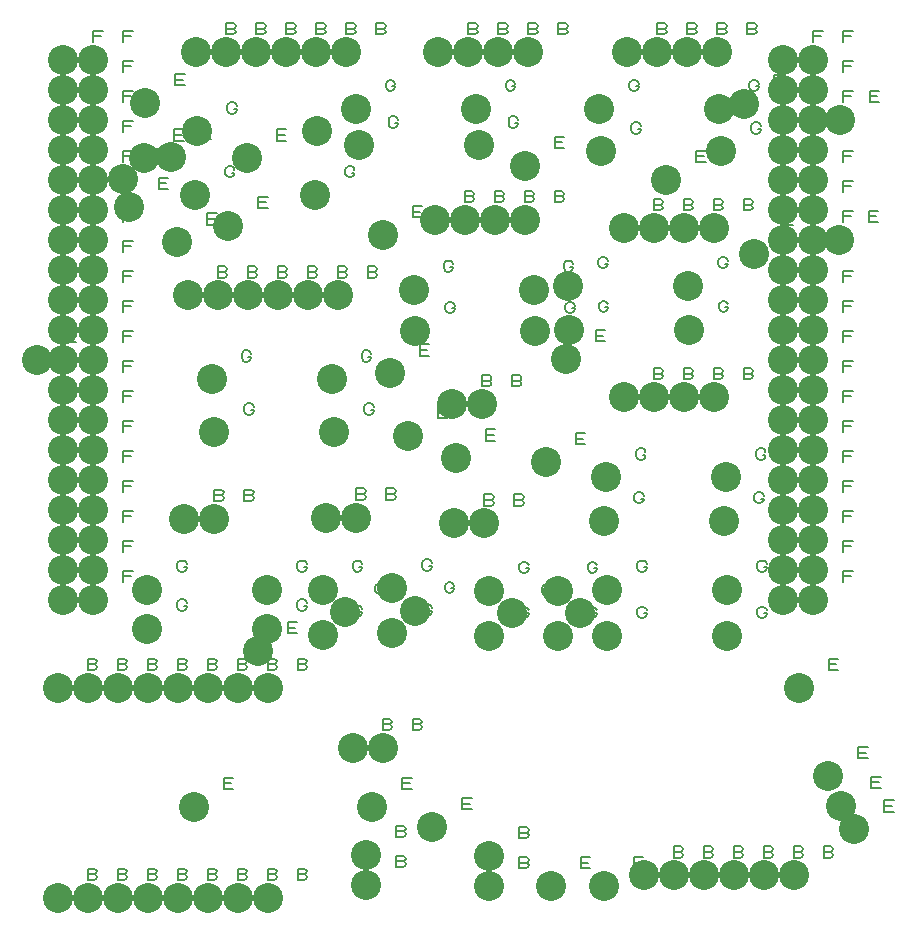
<source format=gbr>
G04 DesignSpark PCB Gerber Version 9.0 Build 5138 *
G04 #@! TF.Part,Single*
G04 #@! TF.FileFunction,Drillmap *
G04 #@! TF.FilePolarity,Positive *
%FSLAX35Y35*%
%MOIN*%
%ADD12C,0.00500*%
G04 #@! TA.AperFunction,ComponentPad*
%ADD18C,0.10000*%
X0Y0D02*
D02*
D12*
X22061Y204643D02*
Y208393D01*
X25186*
X24561Y206518D02*
X22061D01*
Y204643D02*
X25186D01*
X31237Y27187D02*
X31862Y26875D01*
X32174Y26250*
X31862Y25625*
X31237Y25312*
X29049*
Y29062*
X31237*
X31862Y28750*
X32174Y28125*
X31862Y27500*
X31237Y27187*
X29049*
X31237Y97187D02*
X31862Y96875D01*
X32174Y96250*
X31862Y95625*
X31237Y95312*
X29049*
Y99062*
X31237*
X31862Y98750*
X32174Y98125*
X31862Y97500*
X31237Y97187*
X29049*
X30841Y124643D02*
Y128393D01*
X33966*
X33341Y126518D02*
X30841D01*
Y134643D02*
Y138393D01*
X33966*
X33341Y136518D02*
X30841D01*
Y144643D02*
Y148393D01*
X33966*
X33341Y146518D02*
X30841D01*
Y154643D02*
Y158393D01*
X33966*
X33341Y156518D02*
X30841D01*
Y164643D02*
Y168393D01*
X33966*
X33341Y166518D02*
X30841D01*
Y174643D02*
Y178393D01*
X33966*
X33341Y176518D02*
X30841D01*
Y184643D02*
Y188393D01*
X33966*
X33341Y186518D02*
X30841D01*
Y194643D02*
Y198393D01*
X33966*
X33341Y196518D02*
X30841D01*
Y204643D02*
Y208393D01*
X33966*
X33341Y206518D02*
X30841D01*
Y214643D02*
Y218393D01*
X33966*
X33341Y216518D02*
X30841D01*
Y224643D02*
Y228393D01*
X33966*
X33341Y226518D02*
X30841D01*
Y234643D02*
Y238393D01*
X33966*
X33341Y236518D02*
X30841D01*
Y244643D02*
Y248393D01*
X33966*
X33341Y246518D02*
X30841D01*
Y254643D02*
Y258393D01*
X33966*
X33341Y256518D02*
X30841D01*
Y264643D02*
Y268393D01*
X33966*
X33341Y266518D02*
X30841D01*
Y274643D02*
Y278393D01*
X33966*
X33341Y276518D02*
X30841D01*
Y284643D02*
Y288393D01*
X33966*
X33341Y286518D02*
X30841D01*
Y294643D02*
Y298393D01*
X33966*
X33341Y296518D02*
X30841D01*
Y304643D02*
Y308393D01*
X33966*
X33341Y306518D02*
X30841D01*
X41237Y27187D02*
X41862Y26875D01*
X42174Y26250*
X41862Y25625*
X41237Y25312*
X39049*
Y29062*
X41237*
X41862Y28750*
X42174Y28125*
X41862Y27500*
X41237Y27187*
X39049*
X41237Y97187D02*
X41862Y96875D01*
X42174Y96250*
X41862Y95625*
X41237Y95312*
X39049*
Y99062*
X41237*
X41862Y98750*
X42174Y98125*
X41862Y97500*
X41237Y97187*
X39049*
X40841Y124643D02*
Y128393D01*
X43966*
X43341Y126518D02*
X40841D01*
Y134643D02*
Y138393D01*
X43966*
X43341Y136518D02*
X40841D01*
Y144643D02*
Y148393D01*
X43966*
X43341Y146518D02*
X40841D01*
Y154643D02*
Y158393D01*
X43966*
X43341Y156518D02*
X40841D01*
Y164643D02*
Y168393D01*
X43966*
X43341Y166518D02*
X40841D01*
Y174643D02*
Y178393D01*
X43966*
X43341Y176518D02*
X40841D01*
Y184643D02*
Y188393D01*
X43966*
X43341Y186518D02*
X40841D01*
Y194643D02*
Y198393D01*
X43966*
X43341Y196518D02*
X40841D01*
Y204643D02*
Y208393D01*
X43966*
X43341Y206518D02*
X40841D01*
Y214643D02*
Y218393D01*
X43966*
X43341Y216518D02*
X40841D01*
Y224643D02*
Y228393D01*
X43966*
X43341Y226518D02*
X40841D01*
Y234643D02*
Y238393D01*
X43966*
X43341Y236518D02*
X40841D01*
Y244643D02*
Y248393D01*
X43966*
X43341Y246518D02*
X40841D01*
Y254643D02*
Y258393D01*
X43966*
X43341Y256518D02*
X40841D01*
Y264643D02*
Y268393D01*
X43966*
X43341Y266518D02*
X40841D01*
Y274643D02*
Y278393D01*
X43966*
X43341Y276518D02*
X40841D01*
Y284643D02*
Y288393D01*
X43966*
X43341Y286518D02*
X40841D01*
Y294643D02*
Y298393D01*
X43966*
X43341Y296518D02*
X40841D01*
Y304643D02*
Y308393D01*
X43966*
X43341Y306518D02*
X40841D01*
X51237Y27187D02*
X51862Y26875D01*
X52174Y26250*
X51862Y25625*
X51237Y25312*
X49049*
Y29062*
X51237*
X51862Y28750*
X52174Y28125*
X51862Y27500*
X51237Y27187*
X49049*
X51237Y97187D02*
X51862Y96875D01*
X52174Y96250*
X51862Y95625*
X51237Y95312*
X49049*
Y99062*
X51237*
X51862Y98750*
X52174Y98125*
X51862Y97500*
X51237Y97187*
X49049*
X50801Y265037D02*
Y268787D01*
X53926*
X53301Y266912D02*
X50801D01*
Y265037D02*
X53926D01*
X52770Y255588D02*
Y259338D01*
X55895*
X55270Y257463D02*
X52770D01*
Y255588D02*
X55895D01*
X57888Y271730D02*
Y275480D01*
X61013*
X60388Y273605D02*
X57888D01*
Y271730D02*
X61013D01*
X58281Y290233D02*
Y293983D01*
X61407*
X60781Y292109D02*
X58281D01*
Y290233D02*
X61407D01*
X61020Y116599D02*
X61958D01*
Y116287*
X61645Y115662*
X61333Y115349*
X60708Y115037*
X60083*
X59458Y115349*
X59145Y115662*
X58833Y116287*
Y117537*
X59145Y118162*
X59458Y118474*
X60083Y118787*
X60708*
X61333Y118474*
X61645Y118162*
X61958Y117537*
X61020Y129591D02*
X61958D01*
Y129279*
X61645Y128654*
X61333Y128341*
X60708Y128029*
X60083*
X59458Y128341*
X59145Y128654*
X58833Y129279*
Y130529*
X59145Y131154*
X59458Y131467*
X60083Y131779*
X60708*
X61333Y131467*
X61645Y131154*
X61958Y130529*
X61237Y27187D02*
X61862Y26875D01*
X62174Y26250*
X61862Y25625*
X61237Y25312*
X59049*
Y29062*
X61237*
X61862Y28750*
X62174Y28125*
X61862Y27500*
X61237Y27187*
X59049*
X61237Y97187D02*
X61862Y96875D01*
X62174Y96250*
X61862Y95625*
X61237Y95312*
X59049*
Y99062*
X61237*
X61862Y98750*
X62174Y98125*
X61862Y97500*
X61237Y97187*
X59049*
X66943Y272123D02*
Y275873D01*
X70068*
X69443Y273998D02*
X66943D01*
Y272123D02*
X70068D01*
X68911Y243777D02*
Y247527D01*
X72037*
X71411Y245652D02*
X68911D01*
Y243777D02*
X72037D01*
X71237Y27187D02*
X71862Y26875D01*
X72174Y26250*
X71862Y25625*
X71237Y25312*
X69049*
Y29062*
X71237*
X71862Y28750*
X72174Y28125*
X71862Y27500*
X71237Y27187*
X69049*
X71237Y97187D02*
X71862Y96875D01*
X72174Y96250*
X71862Y95625*
X71237Y95312*
X69049*
Y99062*
X71237*
X71862Y98750*
X72174Y98125*
X71862Y97500*
X71237Y97187*
X69049*
X73461Y153526D02*
X74086Y153213D01*
X74399Y152589*
X74086Y151963*
X73461Y151651*
X71274*
Y155401*
X73461*
X74086Y155089*
X74399Y154463*
X74086Y153839*
X73461Y153526*
X71274*
X74603Y227935D02*
X75228Y227623D01*
X75541Y226998*
X75228Y226373*
X74603Y226060*
X72415*
Y229810*
X74603*
X75228Y229498*
X75541Y228873*
X75228Y228248*
X74603Y227935*
X72415*
X74423Y55588D02*
Y59338D01*
X77548*
X76923Y57463D02*
X74423D01*
Y55588D02*
X77548D01*
X77004Y261087D02*
X77942D01*
Y260775*
X77630Y260150*
X77317Y259837*
X76692Y259525*
X76067*
X75442Y259837*
X75130Y260150*
X74817Y260775*
Y262025*
X75130Y262650*
X75442Y262963*
X76067Y263275*
X76692*
X77317Y262963*
X77630Y262650*
X77942Y262025*
X77359Y309038D02*
X77984Y308725D01*
X78296Y308100*
X77984Y307475*
X77359Y307163*
X75171*
Y310913*
X77359*
X77984Y310600*
X78296Y309975*
X77984Y309350*
X77359Y309038*
X75171*
X77792Y282347D02*
X78730D01*
Y282035*
X78417Y281410*
X78104Y281097*
X77480Y280785*
X76854*
X76230Y281097*
X75917Y281410*
X75604Y282035*
Y283285*
X75917Y283910*
X76230Y284222*
X76854Y284535*
X77480*
X78104Y284222*
X78417Y283910*
X78730Y283285*
X81237Y27187D02*
X81862Y26875D01*
X82174Y26250*
X81862Y25625*
X81237Y25312*
X79049*
Y29062*
X81237*
X81862Y28750*
X82174Y28125*
X81862Y27500*
X81237Y27187*
X79049*
X81237Y97187D02*
X81862Y96875D01*
X82174Y96250*
X81862Y95625*
X81237Y95312*
X79049*
Y99062*
X81237*
X81862Y98750*
X82174Y98125*
X81862Y97500*
X81237Y97187*
X79049*
X82516Y199670D02*
X83454D01*
Y199357*
X83141Y198733*
X82829Y198420*
X82204Y198107*
X81579*
X80954Y198420*
X80641Y198733*
X80329Y199357*
Y200607*
X80641Y201233*
X80954Y201545*
X81579Y201857*
X82204*
X82829Y201545*
X83141Y201233*
X83454Y200607*
X83461Y153526D02*
X84086Y153213D01*
X84399Y152589*
X84086Y151963*
X83461Y151651*
X81274*
Y155401*
X83461*
X84086Y155089*
X84399Y154463*
X84086Y153839*
X83461Y153526*
X81274*
X83461Y181954D02*
X84399D01*
Y181641*
X84086Y181016*
X83774Y180704*
X83149Y180391*
X82524*
X81899Y180704*
X81586Y181016*
X81274Y181641*
Y182891*
X81586Y183516*
X81899Y183829*
X82524Y184141*
X83149*
X83774Y183829*
X84086Y183516*
X84399Y182891*
X84603Y227935D02*
X85228Y227623D01*
X85541Y226998*
X85228Y226373*
X84603Y226060*
X82415*
Y229810*
X84603*
X85228Y229498*
X85541Y228873*
X85228Y228248*
X84603Y227935*
X82415*
X87359Y309038D02*
X87984Y308725D01*
X88296Y308100*
X87984Y307475*
X87359Y307163*
X85171*
Y310913*
X87359*
X87984Y310600*
X88296Y309975*
X87984Y309350*
X87359Y309038*
X85171*
X85841Y249289D02*
Y253039D01*
X88966*
X88341Y251164D02*
X85841D01*
Y249289D02*
X88966D01*
X91237Y27187D02*
X91862Y26875D01*
X92174Y26250*
X91862Y25625*
X91237Y25312*
X89049*
Y29062*
X91237*
X91862Y28750*
X92174Y28125*
X91862Y27500*
X91237Y27187*
X89049*
X91237Y97187D02*
X91862Y96875D01*
X92174Y96250*
X91862Y95625*
X91237Y95312*
X89049*
Y99062*
X91237*
X91862Y98750*
X92174Y98125*
X91862Y97500*
X91237Y97187*
X89049*
X92140Y271730D02*
Y275480D01*
X95265*
X94640Y273605D02*
X92140D01*
Y271730D02*
X95265D01*
X94603Y227935D02*
X95228Y227623D01*
X95541Y226998*
X95228Y226373*
X94603Y226060*
X92415*
Y229810*
X94603*
X95228Y229498*
X95541Y228873*
X95228Y228248*
X94603Y227935*
X92415*
X97359Y309038D02*
X97984Y308725D01*
X98296Y308100*
X97984Y307475*
X97359Y307163*
X95171*
Y310913*
X97359*
X97984Y310600*
X98296Y309975*
X97984Y309350*
X97359Y309038*
X95171*
X95683Y107556D02*
Y111306D01*
X98808*
X98183Y109431D02*
X95683D01*
Y107556D02*
X98808D01*
X101020Y116599D02*
X101958D01*
Y116287*
X101645Y115662*
X101333Y115349*
X100708Y115037*
X100083*
X99458Y115349*
X99145Y115662*
X98833Y116287*
Y117537*
X99145Y118162*
X99458Y118474*
X100083Y118787*
X100708*
X101333Y118474*
X101645Y118162*
X101958Y117537*
X101020Y129591D02*
X101958D01*
Y129279*
X101645Y128654*
X101333Y128341*
X100708Y128029*
X100083*
X99458Y128341*
X99145Y128654*
X98833Y129279*
Y130529*
X99145Y131154*
X99458Y131467*
X100083Y131779*
X100708*
X101333Y131467*
X101645Y131154*
X101958Y130529*
X101237Y27187D02*
X101862Y26875D01*
X102174Y26250*
X101862Y25625*
X101237Y25312*
X99049*
Y29062*
X101237*
X101862Y28750*
X102174Y28125*
X101862Y27500*
X101237Y27187*
X99049*
X101237Y97187D02*
X101862Y96875D01*
X102174Y96250*
X101862Y95625*
X101237Y95312*
X99049*
Y99062*
X101237*
X101862Y98750*
X102174Y98125*
X101862Y97500*
X101237Y97187*
X99049*
X104603Y227935D02*
X105228Y227623D01*
X105541Y226998*
X105228Y226373*
X104603Y226060*
X102415*
Y229810*
X104603*
X105228Y229498*
X105541Y228873*
X105228Y228248*
X104603Y227935*
X102415*
X107359Y309038D02*
X107984Y308725D01*
X108296Y308100*
X107984Y307475*
X107359Y307163*
X105171*
Y310913*
X107359*
X107984Y310600*
X108296Y309975*
X107984Y309350*
X107359Y309038*
X105171*
X114603Y227935D02*
X115228Y227623D01*
X115541Y226998*
X115228Y226373*
X114603Y226060*
X112415*
Y229810*
X114603*
X115228Y229498*
X115541Y228873*
X115228Y228248*
X114603Y227935*
X112415*
X117004Y261087D02*
X117942D01*
Y260775*
X117630Y260150*
X117317Y259837*
X116692Y259525*
X116067*
X115442Y259837*
X115130Y260150*
X114817Y260775*
Y262025*
X115130Y262650*
X115442Y262963*
X116067Y263275*
X116692*
X117317Y262963*
X117630Y262650*
X117942Y262025*
X117359Y309038D02*
X117984Y308725D01*
X118296Y308100*
X117984Y307475*
X117359Y307163*
X115171*
Y310913*
X117359*
X117984Y310600*
X118296Y309975*
X117984Y309350*
X117359Y309038*
X115171*
X117792Y282347D02*
X118730D01*
Y282035*
X118417Y281410*
X118104Y281097*
X117480Y280785*
X116854*
X116230Y281097*
X115917Y281410*
X115604Y282035*
Y283285*
X115917Y283910*
X116230Y284222*
X116854Y284535*
X117480*
X118104Y284222*
X118417Y283910*
X118730Y283285*
X119524Y114591D02*
X120462D01*
Y114279*
X120149Y113654*
X119837Y113341*
X119212Y113029*
X118587*
X117962Y113341*
X117649Y113654*
X117337Y114279*
Y115529*
X117649Y116154*
X117962Y116467*
X118587Y116779*
X119212*
X119837Y116467*
X120149Y116154*
X120462Y115529*
X119524Y129591D02*
X120462D01*
Y129279*
X120149Y128654*
X119837Y128341*
X119212Y128029*
X118587*
X117962Y128341*
X117649Y128654*
X117337Y129279*
Y130529*
X117649Y131154*
X117962Y131467*
X118587Y131779*
X119212*
X119837Y131467*
X120149Y131154*
X120462Y130529*
X120705Y153920D02*
X121330Y153607D01*
X121643Y152982*
X121330Y152357*
X120705Y152044*
X118518*
Y155794*
X120705*
X121330Y155482*
X121643Y154857*
X121330Y154232*
X120705Y153920*
X118518*
X122516Y199670D02*
X123454D01*
Y199357*
X123141Y198733*
X122829Y198420*
X122204Y198107*
X121579*
X120954Y198420*
X120641Y198733*
X120329Y199357*
Y200607*
X120641Y201233*
X120954Y201545*
X121579Y201857*
X122204*
X122829Y201545*
X123141Y201233*
X123454Y200607*
X123461Y181954D02*
X124399D01*
Y181641*
X124086Y181016*
X123774Y180704*
X123149Y180391*
X122524*
X121899Y180704*
X121586Y181016*
X121274Y181641*
Y182891*
X121586Y183516*
X121899Y183829*
X122524Y184141*
X123149*
X123774Y183829*
X124086Y183516*
X124399Y182891*
X124603Y227935D02*
X125228Y227623D01*
X125541Y226998*
X125228Y226373*
X124603Y226060*
X122415*
Y229810*
X124603*
X125228Y229498*
X125541Y228873*
X125228Y228248*
X124603Y227935*
X122415*
X127024Y122091D02*
X127962D01*
Y121779*
X127649Y121154*
X127337Y120841*
X126712Y120529*
X126087*
X125462Y120841*
X125149Y121154*
X124837Y121779*
Y123029*
X125149Y123654*
X125462Y123967*
X126087Y124279*
X126712*
X127337Y123967*
X127649Y123654*
X127962Y123029*
X127359Y309038D02*
X127984Y308725D01*
X128296Y308100*
X127984Y307475*
X127359Y307163*
X125171*
Y310913*
X127359*
X127984Y310600*
X128296Y309975*
X127984Y309350*
X127359Y309038*
X125171*
X129603Y77148D02*
X130228Y76835D01*
X130541Y76211*
X130228Y75585*
X129603Y75273*
X127415*
Y79023*
X129603*
X130228Y78711*
X130541Y78085*
X130228Y77461*
X129603Y77148*
X127415*
X130548Y289828D02*
X131485D01*
Y289515*
X131173Y288890*
X130860Y288578*
X130235Y288265*
X129610*
X128985Y288578*
X128673Y288890*
X128360Y289515*
Y290765*
X128673Y291390*
X128985Y291703*
X129610Y292015*
X130235*
X130860Y291703*
X131173Y291390*
X131485Y290765*
X130705Y153920D02*
X131330Y153607D01*
X131643Y152982*
X131330Y152357*
X130705Y152044*
X128518*
Y155794*
X130705*
X131330Y155482*
X131643Y154857*
X131330Y154232*
X130705Y153920*
X128518*
X131493Y277623D02*
X132430D01*
Y277310*
X132118Y276685*
X131805Y276373*
X131180Y276060*
X130555*
X129930Y276373*
X129618Y276685*
X129305Y277310*
Y278560*
X129618Y279185*
X129930Y279498*
X130555Y279810*
X131180*
X131805Y279498*
X132118Y279185*
X132430Y278560*
X134091Y31479D02*
X134716Y31166D01*
X135029Y30541*
X134716Y29916*
X134091Y29604*
X131904*
Y33354*
X134091*
X134716Y33041*
X135029Y32416*
X134716Y31791*
X134091Y31479*
X131904*
X134091Y41479D02*
X134716Y41166D01*
X135029Y40541*
X134716Y39916*
X134091Y39604*
X131904*
Y43354*
X134091*
X134716Y43041*
X135029Y42416*
X134716Y41791*
X134091Y41479*
X131904*
X133872Y55588D02*
Y59338D01*
X136997*
X136372Y57463D02*
X133872D01*
Y55588D02*
X136997D01*
X139603Y77148D02*
X140228Y76835D01*
X140541Y76211*
X140228Y75585*
X139603Y75273*
X137415*
Y79023*
X139603*
X140228Y78711*
X140541Y78085*
X140228Y77461*
X139603Y77148*
X137415*
Y246139D02*
Y249889D01*
X140541*
X139915Y248014D02*
X137415D01*
Y246139D02*
X140541D01*
X139778Y200076D02*
Y203826D01*
X142903*
X142278Y201951D02*
X139778D01*
Y200076D02*
X142903D01*
X142752Y114985D02*
X143690D01*
Y114672*
X143378Y114048*
X143065Y113735*
X142440Y113422*
X141815*
X141190Y113735*
X140878Y114048*
X140565Y114672*
Y115922*
X140878Y116548*
X141190Y116860*
X141815Y117172*
X142440*
X143065Y116860*
X143378Y116548*
X143690Y115922*
X142752Y129985D02*
X143690D01*
Y129672*
X143378Y129048*
X143065Y128735*
X142440Y128422*
X141815*
X141190Y128735*
X140878Y129048*
X140565Y129672*
Y130922*
X140878Y131548*
X141190Y131860*
X141815Y132172*
X142440*
X143065Y131860*
X143378Y131548*
X143690Y130922*
X145683Y179210D02*
Y182960D01*
X148808*
X148183Y181085D02*
X145683D01*
Y179210D02*
X148808D01*
X149839Y229591D02*
X150777D01*
Y229279*
X150464Y228654*
X150152Y228341*
X149527Y228029*
X148902*
X148277Y228341*
X147964Y228654*
X147652Y229279*
Y230529*
X147964Y231154*
X148277Y231467*
X148902Y231779*
X149527*
X150152Y231467*
X150464Y231154*
X150777Y230529*
X150252Y122485D02*
X151190D01*
Y122172*
X150878Y121548*
X150565Y121235*
X149940Y120922*
X149315*
X148690Y121235*
X148378Y121548*
X148065Y122172*
Y123422*
X148378Y124048*
X148690Y124360*
X149315Y124672*
X149940*
X150565Y124360*
X150878Y124048*
X151190Y123422*
X150390Y215812D02*
X151328D01*
Y215499*
X151015Y214874*
X150703Y214562*
X150078Y214249*
X149453*
X148828Y214562*
X148515Y214874*
X148203Y215499*
Y216749*
X148515Y217374*
X148828Y217687*
X149453Y217999*
X150078*
X150703Y217687*
X151015Y217374*
X151328Y216749*
X153951Y48895D02*
Y52645D01*
X157076*
X156451Y50770D02*
X153951D01*
Y48895D02*
X157076D01*
X156886Y253132D02*
X157511Y252820D01*
X157824Y252195*
X157511Y251570*
X156886Y251257*
X154699*
Y255007*
X156886*
X157511Y254695*
X157824Y254070*
X157511Y253445*
X156886Y253132*
X154699*
X158067Y309038D02*
X158693Y308725D01*
X159005Y308100*
X158693Y307475*
X158067Y307163*
X155880*
Y310913*
X158067*
X158693Y310600*
X159005Y309975*
X158693Y309350*
X158067Y309038*
X155880*
X162674Y191715D02*
X163299Y191402D01*
X163611Y190778*
X163299Y190152*
X162674Y189840*
X160486*
Y193590*
X162674*
X163299Y193278*
X163611Y192652*
X163299Y192028*
X162674Y191715*
X160486*
X163461Y151951D02*
X164086Y151639D01*
X164399Y151014*
X164086Y150389*
X163461Y150076*
X161274*
Y153826*
X163461*
X164086Y153514*
X164399Y152889*
X164086Y152264*
X163461Y151951*
X161274*
X161825Y171730D02*
Y175480D01*
X164950*
X164325Y173605D02*
X161825D01*
Y171730D02*
X164950D01*
X166886Y253132D02*
X167511Y252820D01*
X167824Y252195*
X167511Y251570*
X166886Y251257*
X164699*
Y255007*
X166886*
X167511Y254695*
X167824Y254070*
X167511Y253445*
X166886Y253132*
X164699*
X168067Y309038D02*
X168693Y308725D01*
X169005Y308100*
X168693Y307475*
X168067Y307163*
X165880*
Y310913*
X168067*
X168693Y310600*
X169005Y309975*
X168693Y309350*
X168067Y309038*
X165880*
X170548Y289828D02*
X171485D01*
Y289515*
X171173Y288890*
X170860Y288578*
X170235Y288265*
X169610*
X168985Y288578*
X168673Y288890*
X168360Y289515*
Y290765*
X168673Y291390*
X168985Y291703*
X169610Y292015*
X170235*
X170860Y291703*
X171173Y291390*
X171485Y290765*
X171493Y277623D02*
X172430D01*
Y277310*
X172118Y276685*
X171805Y276373*
X171180Y276060*
X170555*
X169930Y276373*
X169618Y276685*
X169305Y277310*
Y278560*
X169618Y279185*
X169930Y279498*
X170555Y279810*
X171180*
X171805Y279498*
X172118Y279185*
X172430Y278560*
X172674Y191715D02*
X173299Y191402D01*
X173611Y190778*
X173299Y190152*
X172674Y189840*
X170486*
Y193590*
X172674*
X173299Y193278*
X173611Y192652*
X173299Y192028*
X172674Y191715*
X170486*
X173461Y151951D02*
X174086Y151639D01*
X174399Y151014*
X174086Y150389*
X173461Y150076*
X171274*
Y153826*
X173461*
X174086Y153514*
X174399Y152889*
X174086Y152264*
X173461Y151951*
X171274*
X175036Y31085D02*
X175661Y30772D01*
X175974Y30148*
X175661Y29522*
X175036Y29210*
X172848*
Y32960*
X175036*
X175661Y32648*
X175974Y32022*
X175661Y31398*
X175036Y31085*
X172848*
X175036Y41085D02*
X175661Y40772D01*
X175974Y40148*
X175661Y39522*
X175036Y39210*
X172848*
Y42960*
X175036*
X175661Y42648*
X175974Y42022*
X175661Y41398*
X175036Y41085*
X172848*
X175036Y114198D02*
X175974D01*
Y113885*
X175661Y113260*
X175348Y112948*
X174724Y112635*
X174098*
X173474Y112948*
X173161Y113260*
X172848Y113885*
Y115135*
X173161Y115760*
X173474Y116073*
X174098Y116385*
X174724*
X175348Y116073*
X175661Y115760*
X175974Y115135*
X175036Y129198D02*
X175974D01*
Y128885*
X175661Y128260*
X175348Y127948*
X174724Y127635*
X174098*
X173474Y127948*
X173161Y128260*
X172848Y128885*
Y130135*
X173161Y130760*
X173474Y131073*
X174098Y131385*
X174724*
X175348Y131073*
X175661Y130760*
X175974Y130135*
X176886Y253132D02*
X177511Y252820D01*
X177824Y252195*
X177511Y251570*
X176886Y251257*
X174699*
Y255007*
X176886*
X177511Y254695*
X177824Y254070*
X177511Y253445*
X176886Y253132*
X174699*
X178067Y309038D02*
X178693Y308725D01*
X179005Y308100*
X178693Y307475*
X178067Y307163*
X175880*
Y310913*
X178067*
X178693Y310600*
X179005Y309975*
X178693Y309350*
X178067Y309038*
X175880*
X182536Y121698D02*
X183474D01*
Y121385*
X183161Y120760*
X182848Y120448*
X182224Y120135*
X181598*
X180974Y120448*
X180661Y120760*
X180348Y121385*
Y122635*
X180661Y123260*
X180974Y123573*
X181598Y123885*
X182224*
X182848Y123573*
X183161Y123260*
X183474Y122635*
X186886Y253132D02*
X187511Y252820D01*
X187824Y252195*
X187511Y251570*
X186886Y251257*
X184699*
Y255007*
X186886*
X187511Y254695*
X187824Y254070*
X187511Y253445*
X186886Y253132*
X184699*
Y269367D02*
Y273117D01*
X187824*
X187199Y271243D02*
X184699D01*
Y269367D02*
X187824D01*
X188067Y309038D02*
X188693Y308725D01*
X189005Y308100*
X188693Y307475*
X188067Y307163*
X185880*
Y310913*
X188067*
X188693Y310600*
X189005Y309975*
X188693Y309350*
X188067Y309038*
X185880*
X189839Y229591D02*
X190777D01*
Y229279*
X190464Y228654*
X190152Y228341*
X189527Y228029*
X188902*
X188277Y228341*
X187964Y228654*
X187652Y229279*
Y230529*
X187964Y231154*
X188277Y231467*
X188902Y231779*
X189527*
X190152Y231467*
X190464Y231154*
X190777Y230529*
X190390Y215812D02*
X191328D01*
Y215499*
X191015Y214874*
X190703Y214562*
X190078Y214249*
X189453*
X188828Y214562*
X188515Y214874*
X188203Y215499*
Y216749*
X188515Y217374*
X188828Y217687*
X189453Y217999*
X190078*
X190703Y217687*
X191015Y217374*
X191328Y216749*
X191746Y170548D02*
Y174298D01*
X194871*
X194246Y172424D02*
X191746D01*
Y170548D02*
X194871D01*
X193321Y29210D02*
Y32960D01*
X196446*
X195821Y31085D02*
X193321D01*
Y29210D02*
X196446D01*
X197870Y114198D02*
X198808D01*
Y113885*
X198496Y113260*
X198183Y112948*
X197558Y112635*
X196933*
X196308Y112948*
X195996Y113260*
X195683Y113885*
Y115135*
X195996Y115760*
X196308Y116073*
X196933Y116385*
X197558*
X198183Y116073*
X198496Y115760*
X198808Y115135*
X197870Y129198D02*
X198808D01*
Y128885*
X198496Y128260*
X198183Y127948*
X197558Y127635*
X196933*
X196308Y127948*
X195996Y128260*
X195683Y128885*
Y130135*
X195996Y130760*
X196308Y131073*
X196933Y131385*
X197558*
X198183Y131073*
X198496Y130760*
X198808Y130135*
X198439Y204800D02*
Y208550D01*
X201564*
X200939Y206676D02*
X198439D01*
Y204800D02*
X201564D01*
X201414Y230772D02*
X202352D01*
Y230460*
X202039Y229835*
X201726Y229522*
X201102Y229210*
X200476*
X199852Y229522*
X199539Y229835*
X199226Y230460*
Y231710*
X199539Y232335*
X199852Y232648*
X200476Y232960*
X201102*
X201726Y232648*
X202039Y232335*
X202352Y231710*
X201571Y216206D02*
X202509D01*
Y215893*
X202196Y215268*
X201884Y214956*
X201259Y214643*
X200634*
X200009Y214956*
X199696Y215268*
X199384Y215893*
Y217143*
X199696Y217768*
X200009Y218081*
X200634Y218393*
X201259*
X201884Y218081*
X202196Y217768*
X202509Y217143*
X205370Y121698D02*
X206308D01*
Y121385*
X205996Y120760*
X205683Y120448*
X205058Y120135*
X204433*
X203808Y120448*
X203496Y120760*
X203183Y121385*
Y122635*
X203496Y123260*
X203808Y123573*
X204433Y123885*
X205058*
X205683Y123573*
X205996Y123260*
X206308Y122635*
X211807Y289828D02*
X212745D01*
Y289515*
X212433Y288890*
X212120Y288578*
X211495Y288265*
X210870*
X210245Y288578*
X209933Y288890*
X209620Y289515*
Y290765*
X209933Y291390*
X210245Y291703*
X210870Y292015*
X211495*
X212120Y291703*
X212433Y291390*
X212745Y290765*
X212437Y275654D02*
X213375D01*
Y275342*
X213063Y274717*
X212750Y274404*
X212125Y274092*
X211500*
X210875Y274404*
X210563Y274717*
X210250Y275342*
Y276592*
X210563Y277217*
X210875Y277530*
X211500Y277842*
X212125*
X212750Y277530*
X213063Y277217*
X213375Y276592*
X211037Y29210D02*
Y32960D01*
X214163*
X213537Y31085D02*
X211037D01*
Y29210D02*
X214163D01*
X213382Y152426D02*
X214320D01*
Y152113*
X214007Y151489*
X213695Y151176*
X213070Y150863*
X212445*
X211820Y151176*
X211507Y151489*
X211195Y152113*
Y153363*
X211507Y153989*
X211820Y154301*
X212445Y154613*
X213070*
X213695Y154301*
X214007Y153989*
X214320Y153363*
X214012Y166993D02*
X214950D01*
Y166680*
X214637Y166056*
X214325Y165743*
X213700Y165430*
X213075*
X212450Y165743*
X212137Y166056*
X211825Y166680*
Y167930*
X212137Y168556*
X212450Y168868*
X213075Y169180*
X213700*
X214325Y168868*
X214637Y168556*
X214950Y167930*
X214406Y114237D02*
X215344D01*
Y113924*
X215031Y113300*
X214719Y112987*
X214094Y112674*
X213469*
X212844Y112987*
X212531Y113300*
X212219Y113924*
Y115174*
X212531Y115800*
X212844Y116112*
X213469Y116424*
X214094*
X214719Y116112*
X215031Y115800*
X215344Y115174*
X214406Y129591D02*
X215344D01*
Y129279*
X215031Y128654*
X214719Y128341*
X214094Y128029*
X213469*
X212844Y128341*
X212531Y128654*
X212219Y129279*
Y130529*
X212531Y131154*
X212844Y131467*
X213469Y131779*
X214094*
X214719Y131467*
X215031Y131154*
X215344Y130529*
X219878Y194077D02*
X220504Y193765D01*
X220816Y193140*
X220504Y192515*
X219878Y192202*
X217691*
Y195952*
X219878*
X220504Y195640*
X220816Y195015*
X220504Y194390*
X219878Y194077*
X217691*
X219878Y250376D02*
X220504Y250064D01*
X220816Y249439*
X220504Y248814*
X219878Y248501*
X217691*
Y252251*
X219878*
X220504Y251939*
X220816Y251314*
X220504Y250689*
X219878Y250376*
X217691*
X221059Y309038D02*
X221685Y308725D01*
X221997Y308100*
X221685Y307475*
X221059Y307163*
X218872*
Y310913*
X221059*
X221685Y310600*
X221997Y309975*
X221685Y309350*
X221059Y309038*
X218872*
X226571Y34628D02*
X227196Y34316D01*
X227509Y33691*
X227196Y33066*
X226571Y32753*
X224384*
Y36503*
X226571*
X227196Y36191*
X227509Y35566*
X227196Y34941*
X226571Y34628*
X224384*
X229878Y194077D02*
X230504Y193765D01*
X230816Y193140*
X230504Y192515*
X229878Y192202*
X227691*
Y195952*
X229878*
X230504Y195640*
X230816Y195015*
X230504Y194390*
X229878Y194077*
X227691*
X229878Y250376D02*
X230504Y250064D01*
X230816Y249439*
X230504Y248814*
X229878Y248501*
X227691*
Y252251*
X229878*
X230504Y251939*
X230816Y251314*
X230504Y250689*
X229878Y250376*
X227691*
X231059Y309038D02*
X231685Y308725D01*
X231997Y308100*
X231685Y307475*
X231059Y307163*
X228872*
Y310913*
X231059*
X231685Y310600*
X231997Y309975*
X231685Y309350*
X231059Y309038*
X228872*
X231904Y264643D02*
Y268393D01*
X235029*
X234404Y266518D02*
X231904D01*
Y264643D02*
X235029D01*
X236571Y34628D02*
X237196Y34316D01*
X237509Y33691*
X237196Y33066*
X236571Y32753*
X234384*
Y36503*
X236571*
X237196Y36191*
X237509Y35566*
X237196Y34941*
X236571Y34628*
X234384*
X239878Y194077D02*
X240504Y193765D01*
X240816Y193140*
X240504Y192515*
X239878Y192202*
X237691*
Y195952*
X239878*
X240504Y195640*
X240816Y195015*
X240504Y194390*
X239878Y194077*
X237691*
X239878Y250376D02*
X240504Y250064D01*
X240816Y249439*
X240504Y248814*
X239878Y248501*
X237691*
Y252251*
X239878*
X240504Y251939*
X240816Y251314*
X240504Y250689*
X239878Y250376*
X237691*
X241059Y309038D02*
X241685Y308725D01*
X241997Y308100*
X241685Y307475*
X241059Y307163*
X238872*
Y310913*
X241059*
X241685Y310600*
X241997Y309975*
X241685Y309350*
X241059Y309038*
X238872*
X241414Y230772D02*
X242352D01*
Y230460*
X242039Y229835*
X241726Y229522*
X241102Y229210*
X240476*
X239852Y229522*
X239539Y229835*
X239226Y230460*
Y231710*
X239539Y232335*
X239852Y232648*
X240476Y232960*
X241102*
X241726Y232648*
X242039Y232335*
X242352Y231710*
X241571Y216206D02*
X242509D01*
Y215893*
X242196Y215268*
X241884Y214956*
X241259Y214643*
X240634*
X240009Y214956*
X239696Y215268*
X239384Y215893*
Y217143*
X239696Y217768*
X240009Y218081*
X240634Y218393*
X241259*
X241884Y218081*
X242196Y217768*
X242509Y217143*
X246571Y34628D02*
X247196Y34316D01*
X247509Y33691*
X247196Y33066*
X246571Y32753*
X244384*
Y36503*
X246571*
X247196Y36191*
X247509Y35566*
X247196Y34941*
X246571Y34628*
X244384*
X249878Y194077D02*
X250504Y193765D01*
X250816Y193140*
X250504Y192515*
X249878Y192202*
X247691*
Y195952*
X249878*
X250504Y195640*
X250816Y195015*
X250504Y194390*
X249878Y194077*
X247691*
X249878Y250376D02*
X250504Y250064D01*
X250816Y249439*
X250504Y248814*
X249878Y248501*
X247691*
Y252251*
X249878*
X250504Y251939*
X250816Y251314*
X250504Y250689*
X249878Y250376*
X247691*
X251059Y309038D02*
X251685Y308725D01*
X251997Y308100*
X251685Y307475*
X251059Y307163*
X248872*
Y310913*
X251059*
X251685Y310600*
X251997Y309975*
X251685Y309350*
X251059Y309038*
X248872*
X251807Y289828D02*
X252745D01*
Y289515*
X252433Y288890*
X252120Y288578*
X251495Y288265*
X250870*
X250245Y288578*
X249933Y288890*
X249620Y289515*
Y290765*
X249933Y291390*
X250245Y291703*
X250870Y292015*
X251495*
X252120Y291703*
X252433Y291390*
X252745Y290765*
X252437Y275654D02*
X253375D01*
Y275342*
X253063Y274717*
X252750Y274404*
X252125Y274092*
X251500*
X250875Y274404*
X250563Y274717*
X250250Y275342*
Y276592*
X250563Y277217*
X250875Y277530*
X251500Y277842*
X252125*
X252750Y277530*
X253063Y277217*
X253375Y276592*
X253382Y152426D02*
X254320D01*
Y152113*
X254007Y151489*
X253695Y151176*
X253070Y150863*
X252445*
X251820Y151176*
X251507Y151489*
X251195Y152113*
Y153363*
X251507Y153989*
X251820Y154301*
X252445Y154613*
X253070*
X253695Y154301*
X254007Y153989*
X254320Y153363*
X254012Y166993D02*
X254950D01*
Y166680*
X254637Y166056*
X254325Y165743*
X253700Y165430*
X253075*
X252450Y165743*
X252137Y166056*
X251825Y166680*
Y167930*
X252137Y168556*
X252450Y168868*
X253075Y169180*
X253700*
X254325Y168868*
X254637Y168556*
X254950Y167930*
X254406Y114237D02*
X255344D01*
Y113924*
X255031Y113300*
X254719Y112987*
X254094Y112674*
X253469*
X252844Y112987*
X252531Y113300*
X252219Y113924*
Y115174*
X252531Y115800*
X252844Y116112*
X253469Y116424*
X254094*
X254719Y116112*
X255031Y115800*
X255344Y115174*
X254406Y129591D02*
X255344D01*
Y129279*
X255031Y128654*
X254719Y128341*
X254094Y128029*
X253469*
X252844Y128341*
X252531Y128654*
X252219Y129279*
Y130529*
X252531Y131154*
X252844Y131467*
X253469Y131779*
X254094*
X254719Y131467*
X255031Y131154*
X255344Y130529*
X256571Y34628D02*
X257196Y34316D01*
X257509Y33691*
X257196Y33066*
X256571Y32753*
X254384*
Y36503*
X256571*
X257196Y36191*
X257509Y35566*
X257196Y34941*
X256571Y34628*
X254384*
X257888Y289840D02*
Y293590D01*
X261013*
X260388Y291715D02*
X257888D01*
Y289840D02*
X261013D01*
X261037Y239840D02*
Y243590D01*
X264163*
X263537Y241715D02*
X261037D01*
Y239840D02*
X264163D01*
X266571Y34628D02*
X267196Y34316D01*
X267509Y33691*
X267196Y33066*
X266571Y32753*
X264384*
Y36503*
X266571*
X267196Y36191*
X267509Y35566*
X267196Y34941*
X266571Y34628*
X264384*
X270841Y124643D02*
Y128393D01*
X273966*
X273341Y126518D02*
X270841D01*
Y134643D02*
Y138393D01*
X273966*
X273341Y136518D02*
X270841D01*
Y144643D02*
Y148393D01*
X273966*
X273341Y146518D02*
X270841D01*
Y154643D02*
Y158393D01*
X273966*
X273341Y156518D02*
X270841D01*
Y164643D02*
Y168393D01*
X273966*
X273341Y166518D02*
X270841D01*
Y174643D02*
Y178393D01*
X273966*
X273341Y176518D02*
X270841D01*
Y184643D02*
Y188393D01*
X273966*
X273341Y186518D02*
X270841D01*
Y194643D02*
Y198393D01*
X273966*
X273341Y196518D02*
X270841D01*
Y204643D02*
Y208393D01*
X273966*
X273341Y206518D02*
X270841D01*
Y214643D02*
Y218393D01*
X273966*
X273341Y216518D02*
X270841D01*
Y224643D02*
Y228393D01*
X273966*
X273341Y226518D02*
X270841D01*
Y234643D02*
Y238393D01*
X273966*
X273341Y236518D02*
X270841D01*
Y244643D02*
Y248393D01*
X273966*
X273341Y246518D02*
X270841D01*
Y254643D02*
Y258393D01*
X273966*
X273341Y256518D02*
X270841D01*
Y264643D02*
Y268393D01*
X273966*
X273341Y266518D02*
X270841D01*
Y274643D02*
Y278393D01*
X273966*
X273341Y276518D02*
X270841D01*
Y284643D02*
Y288393D01*
X273966*
X273341Y286518D02*
X270841D01*
Y294643D02*
Y298393D01*
X273966*
X273341Y296518D02*
X270841D01*
Y304643D02*
Y308393D01*
X273966*
X273341Y306518D02*
X270841D01*
X276571Y34628D02*
X277196Y34316D01*
X277509Y33691*
X277196Y33066*
X276571Y32753*
X274384*
Y36503*
X276571*
X277196Y36191*
X277509Y35566*
X277196Y34941*
X276571Y34628*
X274384*
X275998Y95312D02*
Y99062D01*
X279123*
X278498Y97187D02*
X275998D01*
Y95312D02*
X279123D01*
X280841Y124643D02*
Y128393D01*
X283966*
X283341Y126518D02*
X280841D01*
Y134643D02*
Y138393D01*
X283966*
X283341Y136518D02*
X280841D01*
Y144643D02*
Y148393D01*
X283966*
X283341Y146518D02*
X280841D01*
Y154643D02*
Y158393D01*
X283966*
X283341Y156518D02*
X280841D01*
Y164643D02*
Y168393D01*
X283966*
X283341Y166518D02*
X280841D01*
Y174643D02*
Y178393D01*
X283966*
X283341Y176518D02*
X280841D01*
Y184643D02*
Y188393D01*
X283966*
X283341Y186518D02*
X280841D01*
Y194643D02*
Y198393D01*
X283966*
X283341Y196518D02*
X280841D01*
Y204643D02*
Y208393D01*
X283966*
X283341Y206518D02*
X280841D01*
Y214643D02*
Y218393D01*
X283966*
X283341Y216518D02*
X280841D01*
Y224643D02*
Y228393D01*
X283966*
X283341Y226518D02*
X280841D01*
Y234643D02*
Y238393D01*
X283966*
X283341Y236518D02*
X280841D01*
Y244643D02*
Y248393D01*
X283966*
X283341Y246518D02*
X280841D01*
Y254643D02*
Y258393D01*
X283966*
X283341Y256518D02*
X280841D01*
Y264643D02*
Y268393D01*
X283966*
X283341Y266518D02*
X280841D01*
Y274643D02*
Y278393D01*
X283966*
X283341Y276518D02*
X280841D01*
Y284643D02*
Y288393D01*
X283966*
X283341Y286518D02*
X280841D01*
Y294643D02*
Y298393D01*
X283966*
X283341Y296518D02*
X280841D01*
Y304643D02*
Y308393D01*
X283966*
X283341Y306518D02*
X280841D01*
X285841Y65824D02*
Y69574D01*
X288966*
X288341Y67699D02*
X285841D01*
Y65824D02*
X288966D01*
X289384Y244643D02*
Y248393D01*
X292509*
X291884Y246518D02*
X289384D01*
Y244643D02*
X292509D01*
X289778Y284643D02*
Y288393D01*
X292903*
X292278Y286518D02*
X289778D01*
Y284643D02*
X292903D01*
X290171Y55981D02*
Y59731D01*
X293296*
X292671Y57857D02*
X290171D01*
Y55981D02*
X293296D01*
X294502Y48107D02*
Y51857D01*
X297627*
X297002Y49983D02*
X294502D01*
Y48107D02*
X297627D01*
D02*
D18*
X12061Y198706D03*
X19049Y19375D03*
Y89375D03*
X20841Y118706D03*
Y128706D03*
Y138706D03*
Y148706D03*
Y158706D03*
Y168706D03*
Y178706D03*
Y188706D03*
Y198706D03*
Y208706D03*
Y218706D03*
Y228706D03*
Y238706D03*
Y248706D03*
Y258706D03*
Y268706D03*
Y278706D03*
Y288706D03*
Y298706D03*
X29049Y19375D03*
Y89375D03*
X30841Y118706D03*
Y128706D03*
Y138706D03*
Y148706D03*
Y158706D03*
Y168706D03*
Y178706D03*
Y188706D03*
Y198706D03*
Y208706D03*
Y218706D03*
Y228706D03*
Y238706D03*
Y248706D03*
Y258706D03*
Y268706D03*
Y278706D03*
Y288706D03*
Y298706D03*
X39049Y19375D03*
Y89375D03*
X40801Y259099D03*
X42770Y249650D03*
X47888Y265792D03*
X48281Y284296D03*
X48833Y109099D03*
Y122091D03*
X49049Y19375D03*
Y89375D03*
X56943Y266186D03*
X58911Y237839D03*
X59049Y19375D03*
Y89375D03*
X61274Y145713D03*
X62415Y220123D03*
X64423Y49650D03*
X64817Y253587D03*
X65171Y301225D03*
X65604Y274847D03*
X69049Y19375D03*
Y89375D03*
X70329Y192170D03*
X71274Y145713D03*
Y174454D03*
X72415Y220123D03*
X75171Y301225D03*
X75841Y243351D03*
X79049Y19375D03*
Y89375D03*
X82140Y265792D03*
X82415Y220123D03*
X85171Y301225D03*
X85683Y101619D03*
X88833Y109099D03*
Y122091D03*
X89049Y19375D03*
Y89375D03*
X92415Y220123D03*
X95171Y301225D03*
X102415Y220123D03*
X104817Y253587D03*
X105171Y301225D03*
X105604Y274847D03*
X107337Y107091D03*
Y122091D03*
X108518Y146107D03*
X110329Y192170D03*
X111274Y174454D03*
X112415Y220123D03*
X114837Y114591D03*
X115171Y301225D03*
X117415Y69335D03*
X118360Y282328D03*
X118518Y146107D03*
X119305Y270123D03*
X121904Y23666D03*
Y33666D03*
X123872Y49650D03*
X127415Y69335D03*
Y240202D03*
X129778Y194139D03*
X130565Y107485D03*
Y122485D03*
X135683Y173272D03*
X137652Y222091D03*
X138065Y114985D03*
X138203Y208312D03*
X143951Y42957D03*
X144699Y245320D03*
X145880Y301225D03*
X150486Y183902D03*
X151274Y144139D03*
X151825Y165792D03*
X154699Y245320D03*
X155880Y301225D03*
X158360Y282328D03*
X159305Y270123D03*
X160486Y183902D03*
X161274Y144139D03*
X162848Y23272D03*
Y33272D03*
Y106698D03*
Y121698D03*
X164699Y245320D03*
X165880Y301225D03*
X170348Y114198D03*
X174699Y245320D03*
Y263430D03*
X175880Y301225D03*
X177652Y222091D03*
X178203Y208312D03*
X181746Y164611D03*
X183321Y23272D03*
X185683Y106698D03*
Y121698D03*
X188439Y198863D03*
X189226Y223272D03*
X189384Y208706D03*
X193183Y114198D03*
X199620Y282328D03*
X200250Y268154D03*
X201037Y23272D03*
X201195Y144926D03*
X201825Y159493D03*
X202219Y106737D03*
Y122091D03*
X207691Y186265D03*
Y242564D03*
X208872Y301225D03*
X214384Y26816D03*
X217691Y186265D03*
Y242564D03*
X218872Y301225D03*
X221904Y258706D03*
X224384Y26816D03*
X227691Y186265D03*
Y242564D03*
X228872Y301225D03*
X229226Y223272D03*
X229384Y208706D03*
X234384Y26816D03*
X237691Y186265D03*
Y242564D03*
X238872Y301225D03*
X239620Y282328D03*
X240250Y268154D03*
X241195Y144926D03*
X241825Y159493D03*
X242219Y106737D03*
Y122091D03*
X244384Y26816D03*
X247888Y283902D03*
X251037Y233902D03*
X254384Y26816D03*
X260841Y118706D03*
Y128706D03*
Y138706D03*
Y148706D03*
Y158706D03*
Y168706D03*
Y178706D03*
Y188706D03*
Y198706D03*
Y208706D03*
Y218706D03*
Y228706D03*
Y238706D03*
Y248706D03*
Y258706D03*
Y268706D03*
Y278706D03*
Y288706D03*
Y298706D03*
X264384Y26816D03*
X265998Y89375D03*
X270841Y118706D03*
Y128706D03*
Y138706D03*
Y148706D03*
Y158706D03*
Y168706D03*
Y178706D03*
Y188706D03*
Y198706D03*
Y208706D03*
Y218706D03*
Y228706D03*
Y238706D03*
Y248706D03*
Y258706D03*
Y268706D03*
Y278706D03*
Y288706D03*
Y298706D03*
X275841Y59887D03*
X279384Y238706D03*
X279778Y278706D03*
X280171Y50044D03*
X284502Y42170D03*
X0Y0D02*
M02*

</source>
